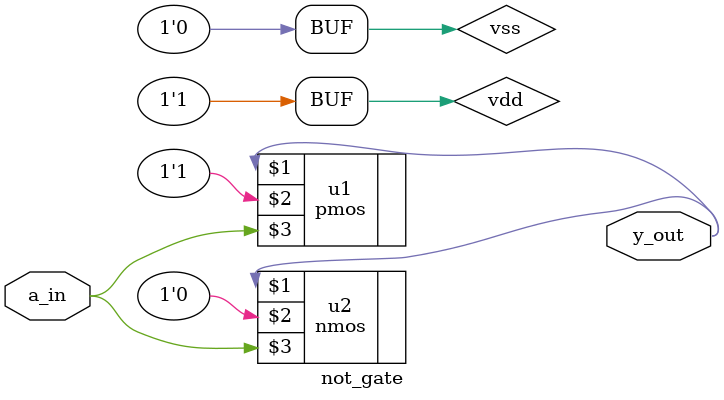
<source format=v>
`timescale 1ns / 1ps


module not_gate(
                    input a_in, 
                    output y_out);
  
  supply1 vdd;
  supply0 vss;
  
  pmos u1(y_out, vdd, a_in);
  nmos u2(y_out, vss, a_in);
  
  endmodule


</source>
